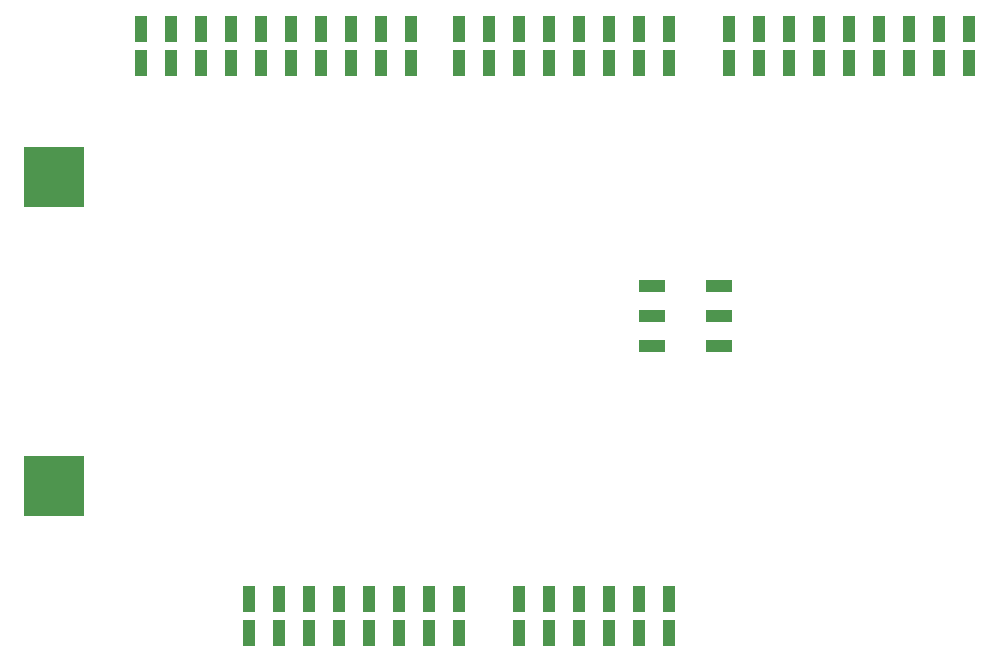
<source format=gbp>
G04 Layer_Color=128*
%FSLAX24Y24*%
%MOIN*%
G70*
G01*
G75*
%ADD29R,0.0402X0.0862*%
%ADD80R,0.0874X0.0402*%
%ADD81R,0.2000X0.2000*%
D29*
X27000Y22573D02*
D03*
Y21419D02*
D03*
X35000D02*
D03*
Y22573D02*
D03*
X31000D02*
D03*
Y21419D02*
D03*
X30000Y22573D02*
D03*
Y21419D02*
D03*
X32000Y22573D02*
D03*
Y21419D02*
D03*
X33000Y22573D02*
D03*
Y21419D02*
D03*
X34000D02*
D03*
Y22573D02*
D03*
X28000Y21419D02*
D03*
Y22573D02*
D03*
X29000Y21419D02*
D03*
Y22573D02*
D03*
X11000Y3573D02*
D03*
Y2419D02*
D03*
X15000D02*
D03*
Y3573D02*
D03*
X16000Y2419D02*
D03*
Y3573D02*
D03*
X14000Y2419D02*
D03*
Y3573D02*
D03*
X13000Y2419D02*
D03*
Y3573D02*
D03*
X12000D02*
D03*
Y2419D02*
D03*
X18000Y3573D02*
D03*
Y2419D02*
D03*
X17000Y3573D02*
D03*
Y2419D02*
D03*
X25000Y21419D02*
D03*
Y22573D02*
D03*
X21000D02*
D03*
Y21419D02*
D03*
X20000Y22573D02*
D03*
Y21419D02*
D03*
X22000Y22573D02*
D03*
Y21419D02*
D03*
X23000Y22573D02*
D03*
Y21419D02*
D03*
X24000D02*
D03*
Y22573D02*
D03*
X18000Y21419D02*
D03*
Y22573D02*
D03*
X19000Y21419D02*
D03*
Y22573D02*
D03*
X8400D02*
D03*
Y21419D02*
D03*
X7400Y22573D02*
D03*
Y21419D02*
D03*
X16400D02*
D03*
Y22573D02*
D03*
X12400D02*
D03*
Y21419D02*
D03*
X11400Y22573D02*
D03*
Y21419D02*
D03*
X13400Y22573D02*
D03*
Y21419D02*
D03*
X14400Y22573D02*
D03*
Y21419D02*
D03*
X15400D02*
D03*
Y22573D02*
D03*
X9400Y21419D02*
D03*
Y22573D02*
D03*
X10400Y21419D02*
D03*
Y22573D02*
D03*
X21000Y2419D02*
D03*
Y3573D02*
D03*
X22000D02*
D03*
Y2419D02*
D03*
X23000Y3573D02*
D03*
Y2419D02*
D03*
X25000Y3573D02*
D03*
Y2419D02*
D03*
X24000Y3573D02*
D03*
Y2419D02*
D03*
X20000D02*
D03*
Y3573D02*
D03*
D80*
X24438Y11996D02*
D03*
X26662D02*
D03*
X24438Y12996D02*
D03*
Y13996D02*
D03*
X26662Y12996D02*
D03*
Y13996D02*
D03*
D81*
X4500Y7340D02*
D03*
Y17640D02*
D03*
M02*

</source>
